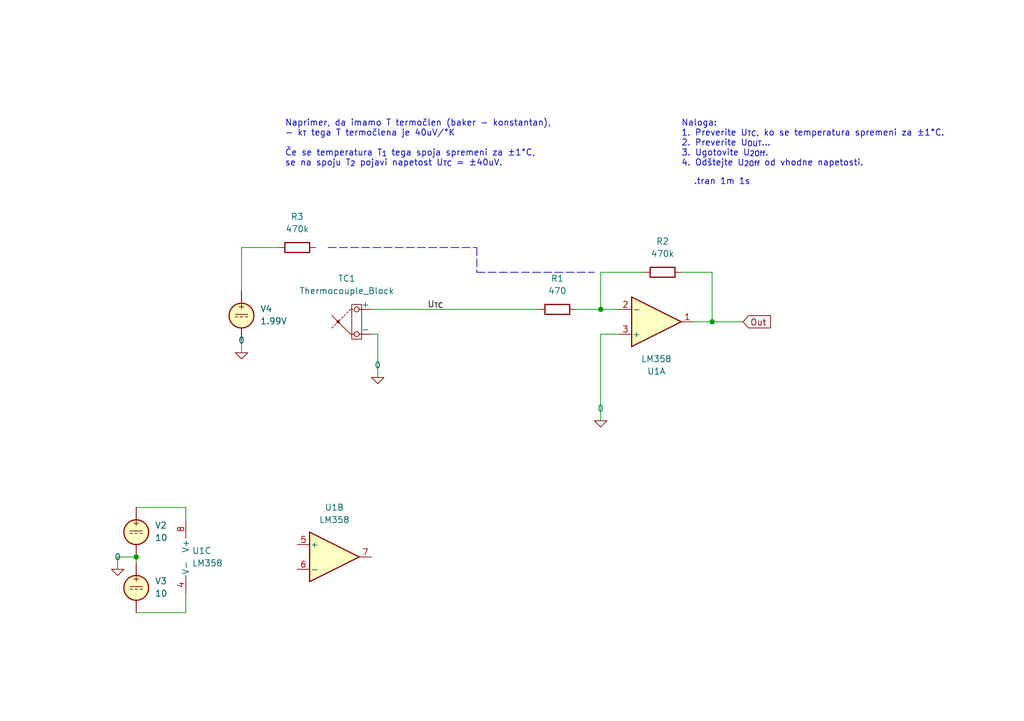
<source format=kicad_sch>
(kicad_sch (version 20231120) (generator "eeschema") (generator_version "8.0")
  (paper "A5")
  (lib_symbols
    (symbol "Amplifier_Operational:LM358" (pin_names (offset 0.127))
      (property "Reference" "U" (at 0 5.08 0))
      (property "Value" "LM358" (at 0 -5.08 0))
      (symbol "LM358_1_1"
        (polyline (pts (xy -5.08 5.08) (xy 5.08 0) (xy -5.08 -5.08) (xy -5.08 5.08)) (stroke (width 0.254)) (fill (type background)))
        (pin output line (at 7.62 0 180) (length 2.54) (name "~") (number "1"))
        (pin input line (at -7.62 -2.54 0) (length 2.54) (name "-") (number "2"))
        (pin input line (at -7.62 2.54 0) (length 2.54) (name "+") (number "3"))
      )
      (symbol "LM358_2_1"
        (polyline (pts (xy -5.08 5.08) (xy 5.08 0) (xy -5.08 -5.08) (xy -5.08 5.08)) (stroke (width 0.254)) (fill (type background)))
        (pin input line (at -7.62 2.54 0) (length 2.54) (name "+") (number "5"))
        (pin input line (at -7.62 -2.54 0) (length 2.54) (name "-") (number "6"))
        (pin output line (at 7.62 0 180) (length 2.54) (name "~") (number "7"))
      )
      (symbol "LM358_3_1"
        (pin power_in line (at -2.54 -7.62 90) (length 3.81) (name "V-") (number "4"))
        (pin power_in line (at -2.54 7.62 270) (length 3.81) (name "V+") (number "8"))
      )
    )
    (symbol "Device:R" (pin_numbers hide) (pin_names (offset 0))
      (property "Reference" "R" (at 2.032 0 90))
      (property "Value" "R" (at 0 0 90))
      (symbol "R_0_1"
        (rectangle (start -1.016 -2.54) (end 1.016 2.54) (stroke (width 0.254)))
      )
      (symbol "R_1_1"
        (pin passive line (at 0 3.81 270) (length 1.27) (name "~") (number "1"))
        (pin passive line (at 0 -3.81 90) (length 1.27) (name "~") (number "2"))
      )
    )
    (symbol "Device:Thermocouple_Block" (pin_numbers hide) (pin_names (offset 0))
      (property "Reference" "TC" (at -3.048 3.81 0))
      (property "Value" "Thermocouple_Block" (at -5.08 -4.064 0))
      (symbol "Thermocouple_Block_0_1"
        (circle (center -1.778 0) (radius 0.254) (fill (type outline)))
        (polyline (pts (xy -2.794 -1.016) (xy -3.048 -1.27)))
        (polyline (pts (xy -2.286 -0.508) (xy -2.54 -0.762)))
        (polyline (pts (xy -1.778 0) (xy -2.032 -0.254)))
        (polyline (pts (xy -1.27 0.508) (xy -1.524 0.254)))
        (polyline (pts (xy -0.762 1.016) (xy -1.016 0.762)))
        (polyline (pts (xy -0.254 1.524) (xy -0.508 1.27)))
        (polyline (pts (xy 0.254 2.032) (xy 0 1.778)))
        (polyline (pts (xy 0.762 2.54) (xy 0.508 2.286)))
        (polyline (pts (xy 1.27 -2.54) (xy 1.016 -2.54)))
        (polyline (pts (xy 1.27 2.54) (xy 0.762 2.54)))
        (polyline (pts (xy 1.524 -2.54) (xy 0.762 -2.54) (xy -3.048 1.27)))
        (rectangle (start 1.016 3.556) (end 3.048 -3.556))
        (circle (center 2.032 -2.54) (radius 0.508))
        (circle (center 2.032 2.54) (radius 0.508))
      )
      (symbol "Thermocouple_Block_1_1"
        (pin passive line (at 5.08 2.54 180) (length 2.54) (name "+") (number "1"))
        (pin passive line (at 5.08 -2.54 180) (length 2.54) (name "-") (number "2"))
      )
    )
    (symbol "Simulation_SPICE:0" (power) (pin_names (offset 0))
      (property "Value" "0" (at 0 -1.778 0))
      (symbol "0_0_1"
        (polyline (pts (xy -1.27 0) (xy 0 -1.27) (xy 1.27 0) (xy -1.27 0)))
      )
      (symbol "0_1_1"
        (pin power_in line (at 0 0 0) (length 0) hide (name "0") (number "1"))
      )
    )
    (symbol "Simulation_SPICE:VDC" (pin_numbers hide) (pin_names (offset 0.0254))
      (property "Reference" "V" (at 2.54 2.54 0))
      (property "Value" "1" (at 2.54 0 0))
      (symbol "VDC_0_0"
        (polyline (pts (xy -1.27 0.254) (xy 1.27 0.254)))
        (polyline (pts (xy -0.762 -0.254) (xy -1.27 -0.254)))
        (polyline (pts (xy 0.254 -0.254) (xy -0.254 -0.254)))
        (polyline (pts (xy 1.27 -0.254) (xy 0.762 -0.254)))
        (text "+" (at 0 1.905 0) (effects (font (size 1.27 1.27))))
      )
      (symbol "VDC_0_1"
        (circle (center 0 0) (radius 2.54) (stroke (width 0.254)) (fill (type background)))
      )
      (symbol "VDC_1_1"
        (pin passive line (at 0 5.08 270) (length 2.54) (name "~") (number "1"))
        (pin passive line (at 0 -5.08 90) (length 2.54) (name "~") (number "2"))
      )
    )
  )
  (junction (at 123.19 63.5))
  (junction (at 27.94 114.3))
  (junction (at 146.05 66.04))
  (wire (pts (xy 123.19 68.58) (xy 127 68.58)))
  (wire (pts (xy 27.94 104.14) (xy 38.1 104.14)))
  (wire (pts (xy 77.47 68.58) (xy 77.47 77.47)))
  (wire (pts (xy 27.94 125.73) (xy 38.1 125.73)))
  (wire (pts (xy 76.2 63.5) (xy 110.49 63.5)))
  (wire (pts (xy 132.08 55.88) (xy 123.19 55.88)))
  (wire (pts (xy 27.94 114.3) (xy 27.94 115.57)))
  (wire (pts (xy 76.2 68.58) (xy 77.47 68.58)))
  (wire (pts (xy 38.1 104.14) (xy 38.1 106.68)))
  (wire (pts (xy 57.15 50.8) (xy 49.53 50.8)))
  (polyline (pts (xy 97.79 50.8) (xy 97.79 55.88)) (stroke (width 0) (type dash)))
  (polyline (pts (xy 97.79 55.88) (xy 121.92 55.88)) (stroke (width 0) (type dash)))
  (wire (pts (xy 123.19 68.58) (xy 123.19 86.36)))
  (polyline (pts (xy 67.31 50.8) (xy 97.79 50.8)) (stroke (width 0) (type dash)))
  (wire (pts (xy 123.19 55.88) (xy 123.19 63.5)))
  (wire (pts (xy 139.7 55.88) (xy 146.05 55.88)))
  (wire (pts (xy 49.53 69.85) (xy 49.53 72.39)))
  (wire (pts (xy 146.05 66.04) (xy 142.24 66.04)))
  (wire (pts (xy 146.05 66.04) (xy 152.4 66.04)))
  (wire (pts (xy 24.13 114.3) (xy 27.94 114.3)))
  (wire (pts (xy 38.1 125.73) (xy 38.1 121.92)))
  (wire (pts (xy 146.05 55.88) (xy 146.05 66.04)))
  (wire (pts (xy 118.11 63.5) (xy 123.19 63.5)))
  (wire (pts (xy 24.13 116.84) (xy 24.13 114.3)))
  (wire (pts (xy 123.19 63.5) (xy 127 63.5)))
  (wire (pts (xy 49.53 50.8) (xy 49.53 59.69)))
  (text "Naloga:\n1. Preverite U_{TC}, ko se temperatura spremeni za ±1°C.\n2. Preverite U_{OUT}...\n3. Ugotovite U_{2Off}.\n4. Odštejte U_{2Off} od vhodne napetosti." (at 139.7 34.29 0) (effects (font (size 1.27 1.27)) (justify left bottom)))
  (text ".tran 1m 1s" (at 142.24 38.1 0) (effects (font (size 1.27 1.27)) (justify left bottom)))
  (text "Naprimer, da imamo T termočlen (baker - konstantan),\n- k_{T} tega T termočlena je 40uV/°K\n\nČe se temperatura T_{1} tega spoja spremeni za ±1°C,\nse na spoju T_{2} pojavi napetost U_{TC} = ±40uV.\n" (at 58.42 34.29 0) (effects (font (size 1.27 1.27)) (justify left bottom)))
  (label "U_{TC}" (at 87.63 63.5 0))
  (global_label "Out" (shape input) (at 152.4 66.04 0) (property "Intersheetrefs" "${INTERSHEET_REFS}" (effects (hide yes))))
  (symbol (lib_id "Device:R") (at 114.3 63.5 270) (unit 1)
    (property "Reference" "R1" (at 114.3 57.15 90))
    (property "Value" "470" (at 114.3 59.69 90))
  )
  (symbol (lib_id "Amplifier_Operational:LM358") (at 40.64 114.3 0) (unit 3)
    (property "Reference" "U1" (at 39.37 113.03 0) (effects (justify left)))
    (property "Value" "LM358" (at 39.37 115.57 0) (effects (justify left)))
    (property "Datasheet" "http://www.ti.com/lit/ds/symlink/lm2904-n.pdf" (effects (hide yes)))
    (property "Sim.Library" "/home/david/.local/share/kicad/SpiceLibrary/Models/Operational Amplifier/LM358-dual.mod" (effects (hide yes)))
    (property "Sim.Name" "lm358_dual" (effects (hide yes)))
    (property "Sim.Device" "SUBCKT" (effects (hide yes)))
    (property "Sim.Pins" "1=1out 2=1in- 3=1in+ 4=vcc- 5=2in+ 6=2in- 7=2out 8=vcc+" (effects (hide yes)))
  )
  (symbol (lib_id "Simulation_SPICE:VDC") (at 49.53 64.77 0) (unit 1)
    (property "Reference" "V4" (at 53.34 63.3702 0) (effects (justify left)))
    (property "Value" "1.99V" (at 53.34 65.9102 0) (effects (justify left)))
    (property "Sim.Pins" "1=+ 2=-" (effects (hide yes)))
    (property "Sim.Type" "DC" (effects (hide yes)))
    (property "Sim.Device" "V" (effects (hide yes)))
  )
  (symbol (lib_id "Device:Thermocouple_Block") (at 71.12 66.04 0) (unit 1)
    (property "Reference" "TC1" (at 71.12 57.15 0))
    (property "Value" "Thermocouple_Block" (at 71.12 59.69 0))
    (property "Sim.Device" "V" (effects (hide yes)))
    (property "Sim.Type" "SIN" (effects (hide yes)))
    (property "Sim.Pins" "1=+ 2=-" (effects (hide yes)))
    (property "Sim.Params" "dc=0 ampl=40u f=1" (effects (hide yes)))
  )
  (symbol (lib_id "Amplifier_Operational:LM358") (at 68.58 114.3 0) (unit 2)
    (property "Reference" "U1" (at 68.58 104.14 0))
    (property "Value" "LM358" (at 68.58 106.68 0))
    (property "Datasheet" "http://www.ti.com/lit/ds/symlink/lm2904-n.pdf" (effects (hide yes)))
    (property "Sim.Library" "/home/david/.local/share/kicad/SpiceLibrary/Models/Operational Amplifier/LM358-dual.mod" (effects (hide yes)))
    (property "Sim.Name" "lm358_dual" (effects (hide yes)))
    (property "Sim.Device" "SUBCKT" (effects (hide yes)))
    (property "Sim.Pins" "1=1out 2=1in- 3=1in+ 4=vcc- 5=2in+ 6=2in- 7=2out 8=vcc+" (effects (hide yes)))
  )
  (symbol (lib_id "Simulation_SPICE:VDC") (at 27.94 120.65 0) (unit 1)
    (property "Reference" "V3" (at 31.75 119.2502 0) (effects (justify left)))
    (property "Value" "10" (at 31.75 121.7902 0) (effects (justify left)))
    (property "Sim.Pins" "1=+ 2=-" (effects (hide yes)))
    (property "Sim.Type" "DC" (effects (hide yes)))
    (property "Sim.Device" "V" (effects (hide yes)))
  )
  (symbol (lib_id "Device:R") (at 135.89 55.88 270) (unit 1)
    (property "Reference" "R2" (at 135.89 49.53 90))
    (property "Value" "470k" (at 135.89 52.07 90))
  )
  (symbol (lib_id "Amplifier_Operational:LM358") (at 134.62 66.04 0) (mirror x) (unit 1)
    (property "Reference" "U1" (at 134.62 76.2 0))
    (property "Value" "LM358" (at 134.62 73.66 0))
    (property "Datasheet" "http://www.ti.com/lit/ds/symlink/lm2904-n.pdf" (effects (hide yes)))
    (property "Sim.Library" "/home/david/.local/share/kicad/SpiceLibrary/Models/Operational Amplifier/LM358-dual.mod" (effects (hide yes)))
    (property "Sim.Name" "lm358_dual" (effects (hide yes)))
    (property "Sim.Device" "SUBCKT" (effects (hide yes)))
    (property "Sim.Pins" "1=1out 2=1in- 3=1in+ 4=vcc- 5=2in+ 6=2in- 7=2out 8=vcc+" (effects (hide yes)))
  )
  (symbol (lib_id "Device:R") (at 60.96 50.8 270) (unit 1)
    (property "Reference" "R3" (at 60.96 44.45 90))
    (property "Value" "470k" (at 60.96 46.99 90))
  )
  (symbol (lib_id "Simulation_SPICE:0") (at 49.53 72.39 0) (unit 1)
    (property "Reference" "#GND04" (effects (hide yes)))
    (property "Value" "0" (at 49.53 69.85 0))
  )
  (symbol (lib_id "Simulation_SPICE:0") (at 24.13 116.84 0) (unit 1)
    (property "Reference" "#GND03" (effects (hide yes)))
    (property "Value" "0" (at 24.13 114.3 0))
  )
  (symbol (lib_id "Simulation_SPICE:0") (at 123.19 86.36 0) (unit 1)
    (property "Reference" "#GND01" (effects (hide yes)))
    (property "Value" "0" (at 123.19 83.82 0))
  )
  (symbol (lib_id "Simulation_SPICE:VDC") (at 27.94 109.22 0) (unit 1)
    (property "Reference" "V2" (at 31.75 107.8202 0) (effects (justify left)))
    (property "Value" "10" (at 31.75 110.3602 0) (effects (justify left)))
    (property "Sim.Pins" "1=+ 2=-" (effects (hide yes)))
    (property "Sim.Type" "DC" (effects (hide yes)))
    (property "Sim.Device" "V" (effects (hide yes)))
  )
  (symbol (lib_id "Simulation_SPICE:0") (at 77.47 77.47 0) (unit 1)
    (property "Reference" "#GND05" (effects (hide yes)))
    (property "Value" "0" (at 77.47 74.93 0))
  )
)
</source>
